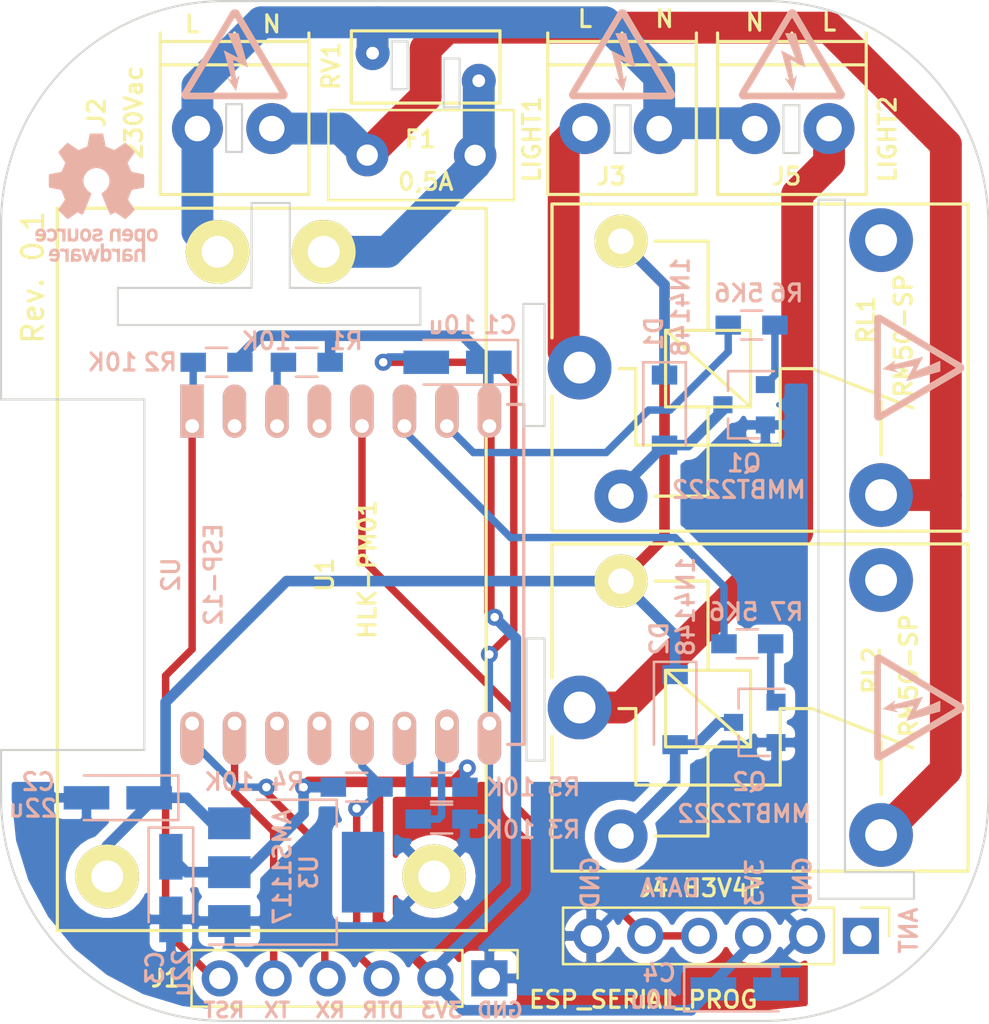
<source format=kicad_pcb>
(kicad_pcb (version 20171130) (host pcbnew 5.0.0-rc1-44a33f2~62~ubuntu16.04.1)
  (layers (0 F.Cu signal) (31 B.Cu signal) (34 B.Paste user) (35 F.Paste user) (36 B.SilkS user) (37 F.SilkS user) (38 B.Mask user) (39 F.Mask user) (44 Edge.Cuts user))
  (net 0 "")
  (net 1 GND)
  (net 2 /RESET)
  (net 3 +3V3)
  (net 4 "Net-(F1-Pad2)")
  (net 5 /RX)
  (net 6 /TX)
  (net 7 /DTR)
  (net 8 "Net-(Q1-Pad1)")
  (net 9 "Net-(Q2-Pad1)")
  (net 10 "Net-(R3-Pad2)")
  (net 11 "Net-(R5-Pad1)")
  (net 12 +5V)
  (net 13 "Net-(D1-Pad2)")
  (net 14 "Net-(D2-Pad2)")
  (net 15 /L)
  (net 16 /N)
  (net 17 /REL_SW1)
  (net 18 /REL_SW2)
  (net 19 /RELAY_CH1)
  (net 20 /RELAY_CH2)
  (net 21 /433_RX_DATA)
  (net 22 "Net-(R1-Pad1)")
  (module Symbols:OSHW-Logo_5.7x6mm_SilkScreen (layer B.Cu) (at 104.5 59.25 180)
    (fp_text reference REF*** hide)
    (fp_text value OSHW-Logo_5.7x6mm_SilkScreen hide)
  )
  (module Connectors_Terminal_Blocks:TerminalBlock_Pheonix_PT-3.5mm_2pol (layer F.Cu) (at 112.75 56 180)
    (fp_text reference J2 (at 8.25 0.75 270) (layer F.SilkS) (effects (font (size 0.8 0.8))))
    (fp_text value 230Vac (at 6.5 0.75 270) (layer F.SilkS) (effects (font (size 0.8 0.8))))
    (pad 1 thru_hole circle (at 0 0 180) (size 2.4 2.4) (drill 1.2) (layers *.Cu *.Mask) (net 15 /L))
    (pad 2 thru_hole circle (at 3.5 0 180) (size 2.4 2.4) (drill 1.2) (layers *.Cu *.Mask) (net 16 /N))
  )
  (module Connectors_Terminal_Blocks:TerminalBlock_Pheonix_PT-3.5mm_2pol (layer F.Cu) (at 139 56 180)
    (fp_text reference J5 (at 2 -2.25 180) (layer F.SilkS) (effects (font (size 0.8 0.8))))
    (fp_text value LIGHT2 (at -2.75 -0.5 270) (layer F.SilkS) (effects (font (size 0.8 0.8))))
    (pad 2 thru_hole circle (at 3.5 0 180) (size 2.4 2.4) (drill 1.2) (layers *.Cu *.Mask) (net 16 /N))
    (pad 1 thru_hole circle (at 0 0 180) (size 2.4 2.4) (drill 1.2) (layers *.Cu *.Mask) (net 18 /REL_SW2))
  )
  (module Connectors_Terminal_Blocks:TerminalBlock_Pheonix_PT-3.5mm_2pol (layer F.Cu) (at 131 56 180)
    (fp_text reference J3 (at 2.25 -2.25 180) (layer F.SilkS) (effects (font (size 0.8 0.8))))
    (fp_text value LIGHT1 (at 6 -0.5 270) (layer F.SilkS) (effects (font (size 0.8 0.8))))
    (pad 1 thru_hole circle (at 0 0 180) (size 2.4 2.4) (drill 1.2) (layers *.Cu *.Mask) (net 16 /N))
    (pad 2 thru_hole circle (at 3.5 0 180) (size 2.4 2.4) (drill 1.2) (layers *.Cu *.Mask) (net 17 /REL_SW1))
  )
  (module w_logo:Logo_silk_high_voltage_5x4.2mm (layer B.Cu) (at 137.25 52.5 180)
    (fp_text reference G*** hide)
    (fp_text value LOGO hide)
  )
  (module w_logo:Logo_silk_high_voltage_5x4.2mm (layer B.Cu) (at 129.25 52.5 180)
    (fp_text reference G*** hide)
    (fp_text value LOGO hide)
  )
  (module w_logo:Logo_silk_high_voltage_5x4.2mm (layer B.Cu) (at 111 52.5 180)
    (fp_text reference G*** hide)
    (fp_text value LOGO hide)
  )
  (module w_logo:Logo_silk_high_voltage_5x4.2mm (layer B.Cu) (at 143.25 83.25 90)
    (fp_text reference G*** hide)
    (fp_text value LOGO hide)
  )
  (module w_logo:Logo_silk_high_voltage_5x4.2mm (layer B.Cu) (at 143.25 67.25 90)
    (fp_text reference G*** hide)
    (fp_text value LOGO hide)
  )
  (module Diodes_SMD:D_SOD-123 (layer B.Cu) (at 131.25 69.25 270)
    (fp_text reference D1 (at -3.6 0.5 270) (layer B.SilkS) (effects (font (size 0.8 0.8)) (justify mirror)))
    (fp_text value 1N4148 (at -4.85 -0.75 270) (layer B.SilkS) (effects (font (size 0.8 0.8)) (justify mirror)))
    (pad 1 smd rect (at -1.65 0 270) (size 0.9 1.2) (layers B.Cu B.Paste B.Mask) (net 12 +5V))
    (pad 2 smd rect (at 1.65 0 270) (size 0.9 1.2) (layers B.Cu B.Paste B.Mask) (net 13 "Net-(D1-Pad2)"))
  )
  (module Diodes_SMD:D_SOD-123 (layer B.Cu) (at 131.75 83.35 270)
    (fp_text reference D2 (at -3.35 0.75 270) (layer B.SilkS) (effects (font (size 0.8 0.8)) (justify mirror)))
    (fp_text value 1N4148 (at -4.85 -0.5 270) (layer B.SilkS) (effects (font (size 0.8 0.8)) (justify mirror)))
    (pad 2 smd rect (at 1.65 0 270) (size 0.9 1.2) (layers B.Cu B.Paste B.Mask) (net 14 "Net-(D2-Pad2)"))
    (pad 1 smd rect (at -1.65 0 270) (size 0.9 1.2) (layers B.Cu B.Paste B.Mask) (net 12 +5V))
  )
  (module Pin_Headers:Pin_Header_Straight_1x06_Pitch2.54mm (layer F.Cu) (at 140.5 94 270)
    (fp_text reference J4 (at -2.25 9.75) (layer F.SilkS) (effects (font (size 0.8 0.8))))
    (fp_text value H3V4F (at -2.25 6.5) (layer F.SilkS) (effects (font (size 0.8 0.8))))
    (pad 6 thru_hole oval (at 0 12.7 270) (size 1.7 1.7) (drill 1) (layers *.Cu *.Mask) (net 1 GND))
    (pad 5 thru_hole oval (at 0 10.16 270) (size 1.7 1.7) (drill 1) (layers *.Cu *.Mask) (net 21 /433_RX_DATA))
    (pad 4 thru_hole oval (at 0 7.62 270) (size 1.7 1.7) (drill 1) (layers *.Cu *.Mask) (net 21 /433_RX_DATA))
    (pad 3 thru_hole oval (at 0 5.08 270) (size 1.7 1.7) (drill 1) (layers *.Cu *.Mask) (net 3 +3V3))
    (pad 2 thru_hole oval (at 0 2.54 270) (size 1.7 1.7) (drill 1) (layers *.Cu *.Mask) (net 1 GND))
    (pad 1 thru_hole rect (at 0 0 270) (size 1.7 1.7) (drill 1) (layers *.Cu *.Mask))
  )
  (module TO_SOT_Packages_SMD:SOT-23 (layer B.Cu) (at 135 69 180)
    (fp_text reference Q1 (at 0 -2.75) (layer B.SilkS) (effects (font (size 0.8 0.8)) (justify mirror)))
    (fp_text value MMBT2222 (at 0.25 -4) (layer B.SilkS) (effects (font (size 0.8 0.8)) (justify mirror)))
    (pad 3 smd rect (at 1 0 180) (size 0.9 0.8) (layers B.Cu B.Paste B.Mask) (net 13 "Net-(D1-Pad2)"))
    (pad 2 smd rect (at -1 -0.95 180) (size 0.9 0.8) (layers B.Cu B.Paste B.Mask) (net 1 GND))
    (pad 1 smd rect (at -1 0.95 180) (size 0.9 0.8) (layers B.Cu B.Paste B.Mask) (net 8 "Net-(Q1-Pad1)"))
  )
  (module TO_SOT_Packages_SMD:SOT-23 (layer B.Cu) (at 135.5 83.95 180)
    (fp_text reference Q2 (at 0.25 -2.8) (layer B.SilkS) (effects (font (size 0.8 0.8)) (justify mirror)))
    (fp_text value MMBT2222 (at 0.5 -4.3) (layer B.SilkS) (effects (font (size 0.8 0.8)) (justify mirror)))
    (pad 1 smd rect (at -1 0.95 180) (size 0.9 0.8) (layers B.Cu B.Paste B.Mask) (net 9 "Net-(Q2-Pad1)"))
    (pad 2 smd rect (at -1 -0.95 180) (size 0.9 0.8) (layers B.Cu B.Paste B.Mask) (net 1 GND))
    (pad 3 smd rect (at 1 0 180) (size 0.9 0.8) (layers B.Cu B.Paste B.Mask) (net 14 "Net-(D2-Pad2)"))
  )
  (module Resistors_SMD:R_0603_HandSoldering (layer B.Cu) (at 114.4 67)
    (fp_text reference R1 (at 1.85 -1) (layer B.SilkS) (effects (font (size 0.8 0.8)) (justify mirror)))
    (fp_text value 10K (at -1.9 -1) (layer B.SilkS) (effects (font (size 0.8 0.8)) (justify mirror)))
    (pad 1 smd rect (at -1.1 0) (size 1.2 0.9) (layers B.Cu B.Paste B.Mask) (net 22 "Net-(R1-Pad1)"))
    (pad 2 smd rect (at 1.1 0) (size 1.2 0.9) (layers B.Cu B.Paste B.Mask) (net 3 +3V3))
  )
  (module Resistors_SMD:R_0603_HandSoldering (layer B.Cu) (at 110.15 67)
    (fp_text reference R2 (at -2.65 0) (layer B.SilkS) (effects (font (size 0.8 0.8)) (justify mirror)))
    (fp_text value 10K (at -4.9 0) (layer B.SilkS) (effects (font (size 0.8 0.8)) (justify mirror)))
    (pad 2 smd rect (at 1.1 0) (size 1.2 0.9) (layers B.Cu B.Paste B.Mask) (net 3 +3V3))
    (pad 1 smd rect (at -1.1 0) (size 1.2 0.9) (layers B.Cu B.Paste B.Mask) (net 2 /RESET))
  )
  (module Resistors_SMD:R_0603_HandSoldering (layer B.Cu) (at 120.75 88.5 180)
    (fp_text reference R3 (at -5.75 -0.5 180) (layer B.SilkS) (effects (font (size 0.8 0.8)) (justify mirror)))
    (fp_text value 10K (at -3.25 -0.5 180) (layer B.SilkS) (effects (font (size 0.8 0.8)) (justify mirror)))
    (pad 2 smd rect (at 1.1 0 180) (size 1.2 0.9) (layers B.Cu B.Paste B.Mask) (net 10 "Net-(R3-Pad2)"))
    (pad 1 smd rect (at -1.1 0 180) (size 1.2 0.9) (layers B.Cu B.Paste B.Mask) (net 1 GND))
  )
  (module Resistors_SMD:R_0603_HandSoldering (layer B.Cu) (at 116.75 87 180)
    (fp_text reference R4 (at 3.25 0.25 180) (layer B.SilkS) (effects (font (size 0.8 0.8)) (justify mirror)))
    (fp_text value 10K (at 6 0.25 180) (layer B.SilkS) (effects (font (size 0.8 0.8)) (justify mirror)))
    (pad 1 smd rect (at -1.1 0 180) (size 1.2 0.9) (layers B.Cu B.Paste B.Mask) (net 7 /DTR))
    (pad 2 smd rect (at 1.1 0 180) (size 1.2 0.9) (layers B.Cu B.Paste B.Mask) (net 3 +3V3))
  )
  (module Resistors_SMD:R_0603_HandSoldering (layer B.Cu) (at 120.75 87)
    (fp_text reference R5 (at 5.75 0) (layer B.SilkS) (effects (font (size 0.8 0.8)) (justify mirror)))
    (fp_text value 10K (at 3.25 0) (layer B.SilkS) (effects (font (size 0.8 0.8)) (justify mirror)))
    (pad 2 smd rect (at 1.1 0) (size 1.2 0.9) (layers B.Cu B.Paste B.Mask) (net 3 +3V3))
    (pad 1 smd rect (at -1.1 0) (size 1.2 0.9) (layers B.Cu B.Paste B.Mask) (net 11 "Net-(R5-Pad1)"))
  )
  (module Resistors_SMD:R_0603_HandSoldering (layer B.Cu) (at 135.35 65.25 180)
    (fp_text reference R6 (at -1.65 1.5 180) (layer B.SilkS) (effects (font (size 0.8 0.8)) (justify mirror)))
    (fp_text value 5K6 (at 0.6 1.5 180) (layer B.SilkS) (effects (font (size 0.8 0.8)) (justify mirror)))
    (pad 1 smd rect (at -1.1 0 180) (size 1.2 0.9) (layers B.Cu B.Paste B.Mask) (net 8 "Net-(Q1-Pad1)"))
    (pad 2 smd rect (at 1.1 0 180) (size 1.2 0.9) (layers B.Cu B.Paste B.Mask) (net 19 /RELAY_CH1))
  )
  (module Resistors_SMD:R_0603_HandSoldering (layer B.Cu) (at 135.15 80.25 180)
    (fp_text reference R7 (at -1.85 1.5 180) (layer B.SilkS) (effects (font (size 0.8 0.8)) (justify mirror)))
    (fp_text value 5K6 (at 0.65 1.5 180) (layer B.SilkS) (effects (font (size 0.8 0.8)) (justify mirror)))
    (pad 2 smd rect (at 1.1 0 180) (size 1.2 0.9) (layers B.Cu B.Paste B.Mask) (net 20 /RELAY_CH2))
    (pad 1 smd rect (at -1.1 0 180) (size 1.2 0.9) (layers B.Cu B.Paste B.Mask) (net 9 "Net-(Q2-Pad1)"))
  )
  (module myfootprints:RM50_P (layer F.Cu) (at 127.25 67.25)
    (fp_text reference RL1 (at 13.5 -2.25 90) (layer F.SilkS) (effects (font (size 0.8 0.8))))
    (fp_text value RM50-SP (at 15.25 -1.5 90) (layer F.SilkS) (effects (font (size 0.8 0.8))))
    (pad A2 thru_hole circle (at 1.95 6.05 90) (size 2.5 2.5) (drill 1.2) (layers *.Cu *.Mask) (net 13 "Net-(D1-Pad2)"))
    (pad A1 thru_hole circle (at 1.95 -5.95 90) (size 2.5 2.5) (drill 1.2) (layers *.Cu *.Mask F.SilkS) (net 12 +5V))
    (pad 11 thru_hole circle (at 0 0 90) (size 3 3) (drill 1.5) (layers *.Cu *.Mask) (net 17 /REL_SW1))
    (pad 14 thru_hole circle (at 14.2 6 90) (size 3 3) (drill 1.5) (layers *.Cu *.Mask) (net 15 /L))
    (pad 12 thru_hole circle (at 14.2 -6 90) (size 3 3) (drill 1.5) (layers *.Cu *.Mask))
  )
  (module myfootprints:RM50_P (layer F.Cu) (at 127.25 83.25)
    (fp_text reference RL2 (at 13.75 -1.75 90) (layer F.SilkS) (effects (font (size 0.8 0.8))))
    (fp_text value RM50-SP (at 15.5 -1.5 90) (layer F.SilkS) (effects (font (size 0.8 0.8))))
    (pad 12 thru_hole circle (at 14.2 -6 90) (size 3 3) (drill 1.5) (layers *.Cu *.Mask))
    (pad 14 thru_hole circle (at 14.2 6 90) (size 3 3) (drill 1.5) (layers *.Cu *.Mask) (net 15 /L))
    (pad 11 thru_hole circle (at 0 0 90) (size 3 3) (drill 1.5) (layers *.Cu *.Mask) (net 18 /REL_SW2))
    (pad A1 thru_hole circle (at 1.95 -5.95 90) (size 2.5 2.5) (drill 1.2) (layers *.Cu *.Mask F.SilkS) (net 12 +5V))
    (pad A2 thru_hole circle (at 1.95 6.05 90) (size 2.5 2.5) (drill 1.2) (layers *.Cu *.Mask) (net 14 "Net-(D2-Pad2)"))
  )
  (module Varistors:RV_Disc_D7_W3.4_P5 (layer F.Cu) (at 122.5 53.75 180)
    (fp_text reference RV1 (at 6.95 0.7 270) (layer F.SilkS) (effects (font (size 0.8 0.8))))
    (fp_text value Varistor hide)
    (pad 2 thru_hole circle (at 5 1.3 180) (size 1.6 1.6) (drill 0.6) (layers *.Cu *.Mask) (net 16 /N))
    (pad 1 thru_hole circle (at 0 0 180) (size 1.6 1.6) (drill 0.6) (layers *.Cu *.Mask) (net 4 "Net-(F1-Pad2)"))
  )
  (module TO_SOT_Packages_SMD:SOT-223 (layer B.Cu) (at 113.9 91)
    (fp_text reference U3 (at 0.6 0 270) (layer B.SilkS) (effects (font (size 0.8 0.8)) (justify mirror)))
    (fp_text value AMS1117 (at -0.65 -0.25 90) (layer B.SilkS) (effects (font (size 0.8 0.8)) (justify mirror)))
    (pad 1 smd rect (at -3.15 2.3) (size 2 1.5) (layers B.Cu B.Paste B.Mask) (net 1 GND))
    (pad 3 smd rect (at -3.15 -2.3) (size 2 1.5) (layers B.Cu B.Paste B.Mask) (net 12 +5V))
    (pad 2 smd rect (at -3.15 0) (size 2 1.5) (layers B.Cu B.Paste B.Mask) (net 3 +3V3))
    (pad 4 smd rect (at 3.15 0) (size 2 3.8) (layers B.Cu B.Paste B.Mask))
  )
  (module Fuse_Holders_and_Fuses:Fuse_TE5_Littlefuse-395Series (layer F.Cu) (at 117.25 57.25)
    (fp_text reference F1 (at 2.5 -0.75) (layer F.SilkS) (effects (font (size 0.8 0.8))))
    (fp_text value 0,5A (at 2.75 1.25) (layer F.SilkS) (effects (font (size 0.8 0.8))))
    (pad 2 thru_hole circle (at 5.08 0.01) (size 2 2) (drill 1) (layers *.Cu *.Mask) (net 4 "Net-(F1-Pad2)"))
    (pad 1 thru_hole circle (at 0 0) (size 2 2) (drill 1) (layers *.Cu *.Mask) (net 15 /L))
  )
  (module Pin_Headers:Pin_Header_Straight_1x06_Pitch2.54mm (layer F.Cu) (at 123 96 270)
    (fp_text reference J1 (at 0 15.25) (layer F.SilkS) (effects (font (size 0.8 0.8))))
    (fp_text value ESP_SERIAL_PROG (at 1 -7.25) (layer F.SilkS) (effects (font (size 0.8 0.8))))
    (pad 6 thru_hole oval (at 0 12.7 270) (size 1.7 1.7) (drill 1) (layers *.Cu *.Mask) (net 2 /RESET))
    (pad 5 thru_hole oval (at 0 10.16 270) (size 1.7 1.7) (drill 1) (layers *.Cu *.Mask) (net 6 /TX))
    (pad 4 thru_hole oval (at 0 7.62 270) (size 1.7 1.7) (drill 1) (layers *.Cu *.Mask) (net 5 /RX))
    (pad 3 thru_hole oval (at 0 5.08 270) (size 1.7 1.7) (drill 1) (layers *.Cu *.Mask) (net 7 /DTR))
    (pad 2 thru_hole oval (at 0 2.54 270) (size 1.7 1.7) (drill 1) (layers *.Cu *.Mask) (net 3 +3V3))
    (pad 1 thru_hole rect (at 0 0 270) (size 1.7 1.7) (drill 1) (layers *.Cu *.Mask) (net 1 GND))
  )
  (module Capacitors_Tantalum_SMD:CP_Tantalum_Case-A_EIA-3216-18_Wave (layer B.Cu) (at 105.5 87.5 180)
    (fp_text reference C2 (at 3.75 0.75 180) (layer B.SilkS) (effects (font (size 0.8 0.8)) (justify mirror)))
    (fp_text value 22u (at 4 -0.5 180) (layer B.SilkS) (effects (font (size 0.8 0.8)) (justify mirror)))
    (pad 1 smd rect (at -1.475 0 180) (size 2.15 1.1) (layers B.Cu B.Paste B.Mask) (net 12 +5V))
    (pad 2 smd rect (at 1.475 0 180) (size 2.15 1.1) (layers B.Cu B.Paste B.Mask) (net 1 GND))
  )
  (module Capacitors_Tantalum_SMD:CP_Tantalum_Case-A_EIA-3216-18_Wave (layer B.Cu) (at 108 91.75 270)
    (fp_text reference C3 (at 3.75 0.75 270) (layer B.SilkS) (effects (font (size 0.8 0.8)) (justify mirror)))
    (fp_text value 22u (at 4 -0.5 270) (layer B.SilkS) (effects (font (size 0.8 0.8)) (justify mirror)))
    (pad 2 smd rect (at 1.475 0 270) (size 2.15 1.1) (layers B.Cu B.Paste B.Mask) (net 1 GND))
    (pad 1 smd rect (at -1.475 0 270) (size 2.15 1.1) (layers B.Cu B.Paste B.Mask) (net 3 +3V3))
  )
  (module Capacitors_Tantalum_SMD:CP_Tantalum_Case-A_EIA-3216-18_Wave (layer B.Cu) (at 135.025 96.5)
    (fp_text reference C4 (at -4.025 -0.75) (layer B.SilkS) (effects (font (size 0.8 0.8)) (justify mirror)))
    (fp_text value 10u (at -4.275 0.5) (layer B.SilkS) (effects (font (size 0.8 0.8)) (justify mirror)))
    (pad 1 smd rect (at -1.475 0) (size 2.15 1.1) (layers B.Cu B.Paste B.Mask) (net 3 +3V3))
    (pad 2 smd rect (at 1.475 0) (size 2.15 1.1) (layers B.Cu B.Paste B.Mask) (net 1 GND))
  )
  (module myfootprints:HLK-PM01 (layer F.Cu) (at 112.75 76.75 270)
    (fp_text reference U2 (at 0.25 4.75 270) (layer B.SilkS) (effects (font (size 0.8 0.8)) (justify mirror)))
    (fp_text value HLK-PM01 (at 0 -4.5 270) (layer F.SilkS) (effects (font (size 0.8 0.8))))
    (pad 1 thru_hole circle (at -14.950018 -2.45 270) (size 3 3) (drill 1.5) (layers *.Cu *.Mask F.SilkS) (net 4 "Net-(F1-Pad2)"))
    (pad 2 thru_hole circle (at -14.950018 2.55 270) (size 3 3) (drill 1.5) (layers *.Cu *.Mask F.SilkS) (net 16 /N))
    (pad 4 thru_hole circle (at 14.449982 -7.65 270) (size 3 3) (drill 1.5) (layers *.Cu *.Mask F.SilkS) (net 1 GND))
    (pad 3 thru_hole circle (at 14.449982 7.75 270) (size 3 3) (drill 1.5) (layers *.Cu *.Mask F.SilkS) (net 12 +5V))
  )
  (module Capacitors_Tantalum_SMD:CP_Tantalum_Case-A_EIA-3216-18_Wave (layer B.Cu) (at 121.5 67 180)
    (fp_text reference C1 (at -2 1.75 180) (layer B.SilkS) (effects (font (size 0.8 0.8)) (justify mirror)))
    (fp_text value 10u (at 0.25 1.75 180) (layer B.SilkS) (effects (font (size 0.8 0.8)) (justify mirror)))
    (pad 2 smd rect (at 1.475 0 180) (size 2.15 1.1) (layers B.Cu B.Paste B.Mask) (net 1 GND))
    (pad 1 smd rect (at -1.475 0 180) (size 2.15 1.1) (layers B.Cu B.Paste B.Mask) (net 3 +3V3))
  )
  (module myfootprints:ESP-12 (layer B.Cu) (at 109 70 270)
    (fp_text reference U1 (at 7 -6.25 270) (layer F.SilkS) (effects (font (size 0.8 0.8))))
    (fp_text value ESP-12 (at 6.992 -1 270) (layer B.SilkS) (effects (font (size 0.8 0.8)) (justify mirror)))
    (pad 1 thru_hole rect (at 0 0 270) (size 2.5 1.1) (drill 0.65 (offset -0.7 0)) (layers *.Cu *.Mask B.SilkS) (net 2 /RESET))
    (pad 2 thru_hole oval (at 0 -2 270) (size 2.5 1.1) (drill 0.65 (offset -0.7 0)) (layers *.Cu *.Mask B.SilkS))
    (pad 3 thru_hole oval (at 0 -4 270) (size 2.5 1.1) (drill 0.65 (offset -0.7 0)) (layers *.Cu *.Mask B.SilkS) (net 22 "Net-(R1-Pad1)"))
    (pad 4 thru_hole oval (at 0 -6 270) (size 2.5 1.1) (drill 0.65 (offset -0.7 0)) (layers *.Cu *.Mask B.SilkS))
    (pad 5 thru_hole oval (at 0 -8 270) (size 2.5 1.1) (drill 0.65 (offset -0.7 0)) (layers *.Cu *.Mask B.SilkS) (net 21 /433_RX_DATA))
    (pad 6 thru_hole oval (at 0 -10 270) (size 2.5 1.1) (drill 0.65 (offset -0.7 0)) (layers *.Cu *.Mask B.SilkS) (net 20 /RELAY_CH2))
    (pad 7 thru_hole oval (at 0 -12 270) (size 2.5 1.1) (drill 0.65 (offset -0.7 0)) (layers *.Cu *.Mask B.SilkS) (net 19 /RELAY_CH1))
    (pad 8 thru_hole oval (at 0 -14 270) (size 2.5 1.1) (drill 0.65 (offset -0.7 0)) (layers *.Cu *.Mask B.SilkS) (net 3 +3V3))
    (pad 9 thru_hole oval (at 14 -14 270) (size 2.5 1.1) (drill 0.65 (offset 0.7 0)) (layers *.Cu *.Mask B.SilkS) (net 1 GND))
    (pad 10 thru_hole oval (at 14 -12 270) (size 2.5 1.1) (drill 0.65 (offset 0.6 0)) (layers *.Cu *.Mask B.SilkS) (net 10 "Net-(R3-Pad2)"))
    (pad 11 thru_hole oval (at 14 -10 270) (size 2.5 1.1) (drill 0.65 (offset 0.7 0)) (layers *.Cu *.Mask B.SilkS) (net 11 "Net-(R5-Pad1)"))
    (pad 12 thru_hole oval (at 14 -8 270) (size 2.5 1.1) (drill 0.65 (offset 0.7 0)) (layers *.Cu *.Mask B.SilkS) (net 7 /DTR))
    (pad 13 thru_hole oval (at 14 -6 270) (size 2.5 1.1) (drill 0.65 (offset 0.7 0)) (layers *.Cu *.Mask B.SilkS))
    (pad 14 thru_hole oval (at 14 -4 270) (size 2.5 1.1) (drill 0.65 (offset 0.7 0)) (layers *.Cu *.Mask B.SilkS))
    (pad 15 thru_hole oval (at 14 -2 270) (size 2.5 1.1) (drill 0.65 (offset 0.7 0)) (layers *.Cu *.Mask B.SilkS) (net 6 /TX))
    (pad 16 thru_hole oval (at 14 0 270) (size 2.5 1.1) (drill 0.65 (offset 0.7 0)) (layers *.Cu *.Mask B.SilkS) (net 5 /RX))
  )
  (gr_text L (at 139 51) (layer F.SilkS) (effects (font (size 0.8 0.8))))
  (gr_text N (at 135.5 51) (layer F.SilkS) (effects (font (size 0.8 0.8))))
  (gr_text N (at 131.25 50.836332) (layer F.SilkS) (effects (font (size 0.8 0.8))))
  (gr_text L (at 127.5 50.836332) (layer F.SilkS) (effects (font (size 0.8 0.8))))
  (gr_text N (at 112.75 51.086332) (layer F.SilkS) (effects (font (size 0.8 0.8))))
  (gr_text L (at 109 51.086332) (layer F.SilkS) (effects (font (size 0.8 0.8))))
  (gr_line (start 136.85 57.15) (end 136.85 54.9) (layer Edge.Cuts) (width 0.1))
  (gr_line (start 136.85 54.9) (end 137.6 54.9) (layer Edge.Cuts) (width 0.1))
  (gr_line (start 136.85 57.15) (end 137.6 57.15) (layer Edge.Cuts) (width 0.1))
  (gr_line (start 137.6 54.9) (end 137.6 57.15) (layer Edge.Cuts) (width 0.1))
  (gr_line (start 129.65 54.9) (end 129.65 57.15) (layer Edge.Cuts) (width 0.1))
  (gr_line (start 128.9 57.15) (end 129.65 57.15) (layer Edge.Cuts) (width 0.1))
  (gr_line (start 128.9 57.15) (end 128.9 54.9) (layer Edge.Cuts) (width 0.1))
  (gr_line (start 128.9 54.9) (end 129.65 54.9) (layer Edge.Cuts) (width 0.1))
  (gr_line (start 110.6 57.1) (end 111.35 57.1) (layer Edge.Cuts) (width 0.1))
  (gr_line (start 110.6 54.85) (end 111.35 54.85) (layer Edge.Cuts) (width 0.1))
  (gr_line (start 111.35 54.85) (end 111.35 57.1) (layer Edge.Cuts) (width 0.1))
  (gr_line (start 110.6 57.1) (end 110.6 54.85) (layer Edge.Cuts) (width 0.1))
  (gr_line (start 118.4 54.15) (end 119.15 54.15) (layer Edge.Cuts) (width 0.1))
  (gr_line (start 120.85 52.7) (end 121.6 52.7) (layer Edge.Cuts) (width 0.1))
  (gr_line (start 120.85 55) (end 121.6 55) (layer Edge.Cuts) (width 0.1))
  (gr_line (start 121.6 52.7) (end 121.6 55) (layer Edge.Cuts) (width 0.1))
  (gr_line (start 120.85 55.000543) (end 120.85 52.7) (layer Edge.Cuts) (width 0.1))
  (gr_line (start 118.4 54.15) (end 118.4 51.9) (layer Edge.Cuts) (width 0.1))
  (gr_line (start 119.15 51.9) (end 119.15 54.15) (layer Edge.Cuts) (width 0.1))
  (gr_line (start 118.4 51.9) (end 119.15 51.9) (layer Edge.Cuts) (width 0.1))
  (gr_text "Rev. 0.1" (at 101.5 63 90) (layer F.SilkS) (effects (font (size 1 1))))
  (gr_text ANT (at 142.75 93.75 90) (layer B.SilkS) (effects (font (size 0.8 0.8)) (justify mirror)))
  (gr_text GND (at 137.75 91.5 90) (layer B.SilkS) (effects (font (size 0.8 0.8)) (justify mirror)))
  (gr_text 3V3 (at 135.5 91.5 90) (layer B.SilkS) (effects (font (size 0.8 0.8)) (justify mirror)))
  (gr_text DATA (at 131.5 91.75) (layer B.SilkS) (effects (font (size 0.8 0.8)) (justify mirror)))
  (gr_text GND (at 127.75 91.5 90) (layer B.SilkS) (effects (font (size 0.8 0.8)) (justify mirror)))
  (gr_text GND (at 123.5 97.5) (layer B.SilkS) (effects (font (size 0.7 0.7)) (justify mirror)))
  (gr_text 3V3 (at 120.75 97.5) (layer B.SilkS) (effects (font (size 0.7 0.7)) (justify mirror)))
  (gr_text DTR (at 118 97.5) (layer B.SilkS) (effects (font (size 0.7 0.7)) (justify mirror)))
  (gr_text RX (at 115.5 97.5) (layer B.SilkS) (effects (font (size 0.7 0.7)) (justify mirror)))
  (gr_text TX (at 113 97.5) (layer B.SilkS) (effects (font (size 0.7 0.7)) (justify mirror)))
  (gr_text RST (at 110.5 97.5) (layer B.SilkS) (effects (font (size 0.7 0.7)) (justify mirror)))
  (gr_line (start 124.598753 64.25) (end 125.601385 64.25) (layer Edge.Cuts) (width 0.1))
  (gr_line (start 125.6 70.002272) (end 125.6 64.25) (layer Edge.Cuts) (width 0.1))
  (gr_line (start 124.6 70) (end 125.6 70) (layer Edge.Cuts) (width 0.1))
  (gr_line (start 124.6 70) (end 124.6 64.247728) (layer Edge.Cuts) (width 0.1))
  (gr_line (start 124.75 80) (end 125.6 80) (layer Edge.Cuts) (width 0.1))
  (gr_line (start 124.75 85.75) (end 125.601469 85.75) (layer Edge.Cuts) (width 0.1))
  (gr_line (start 125.6 85.75) (end 125.6 79.997728) (layer Edge.Cuts) (width 0.1))
  (gr_line (start 124.75 85.752272) (end 124.75 80) (layer Edge.Cuts) (width 0.1))
  (gr_line (start 143 91) (end 143 92.25) (layer Edge.Cuts) (width 0.1))
  (gr_line (start 138.5 59.35) (end 139.75 59.35) (layer Edge.Cuts) (width 0.1))
  (gr_line (start 138.5 92.25) (end 138.5 59.349963) (layer Edge.Cuts) (width 0.1))
  (gr_line (start 143 92.25) (end 138.5 92.25) (layer Edge.Cuts) (width 0.1))
  (gr_line (start 143 91) (end 139.75 91) (layer Edge.Cuts) (width 0.1))
  (gr_line (start 139.75 91) (end 139.75 59.349961) (layer Edge.Cuts) (width 0.1))
  (gr_line (start 106.75 85.25) (end 100 85.25) (layer Edge.Cuts) (width 0.1))
  (gr_line (start 106.75 68.75) (end 106.75 85.25) (layer Edge.Cuts) (width 0.1))
  (gr_line (start 106.75 68.75) (end 100 68.75) (layer Edge.Cuts) (width 0.1))
  (gr_line (start 100 87.5) (end 100 85.25) (layer Edge.Cuts) (width 0.1))
  (gr_line (start 105.5 65.25) (end 105.5 63.5) (layer Edge.Cuts) (width 0.1))
  (gr_line (start 111.8 63.5) (end 105.5 63.5) (layer Edge.Cuts) (width 0.1))
  (gr_line (start 113.6 59.5) (end 111.8 59.5) (layer Edge.Cuts) (width 0.1))
  (gr_line (start 113.6 63.5) (end 113.6 59.5) (layer Edge.Cuts) (width 0.1))
  (gr_line (start 119.75 63.5) (end 113.6 63.5) (layer Edge.Cuts) (width 0.1))
  (gr_line (start 119.75 65.25) (end 119.75 63.5) (layer Edge.Cuts) (width 0.1))
  (gr_line (start 105.5 65.25) (end 119.75 65.25) (layer Edge.Cuts) (width 0.1))
  (gr_line (start 111.8 59.5) (end 111.8 63.5) (layer Edge.Cuts) (width 0.1))
  (gr_arc (start 110.5 60.5) (end 110.5 50) (angle -90) (layer Edge.Cuts) (width 0.1))
  (gr_arc (start 136 60.49801) (end 146.5 60.49801) (angle -90) (layer Edge.Cuts) (width 0.1))
  (gr_arc (start 110.5 87.5) (end 100 87.5) (angle -90) (layer Edge.Cuts) (width 0.1))
  (gr_arc (start 136 87.5) (end 136 98) (angle -90) (layer Edge.Cuts) (width 0.1))
  (gr_line (start 100 68.75) (end 100 60.495371) (layer Edge.Cuts) (width 0.1))
  (gr_line (start 136 98) (end 110.498843 98) (layer Edge.Cuts) (width 0.1))
  (gr_line (start 146.5 60.49801) (end 146.5 87.5) (layer Edge.Cuts) (width 0.1))
  (gr_line (start 110.5 50) (end 136 50) (layer Edge.Cuts) (width 0.1))
  (segment (start 137.96 94) (end 137.75 94) (width 0.35) (layer B.Cu) (net 1))
  (segment (start 137.75 94) (end 136.5 95.25) (width 0.35) (layer B.Cu) (net 1))
  (segment (start 136.5 95.25) (end 136.5 96.5) (width 0.35) (layer B.Cu) (net 1))
  (segment (start 137.96 94) (end 136.634999 92.674999) (width 0.35) (layer B.Cu) (net 1))
  (segment (start 136.634999 92.674999) (end 129.125001 92.674999) (width 0.35) (layer B.Cu) (net 1))
  (segment (start 129.125001 92.674999) (end 127.8 94) (width 0.35) (layer B.Cu) (net 1))
  (segment (start 136 69.95) (end 136 70) (width 0.35) (layer B.Cu) (net 1))
  (segment (start 136.55 84.9) (end 136.5 84.9) (width 0.35) (layer B.Cu) (net 1))
  (segment (start 118 67) (end 123.25 67) (width 0.35) (layer F.Cu) (net 1))
  (segment (start 123.25 67) (end 124.149999 67.899999) (width 0.35) (layer F.Cu) (net 1))
  (segment (start 124.149999 67.899999) (end 124.149999 79.599985) (width 0.35) (layer F.Cu) (net 1))
  (segment (start 124.149999 79.599985) (end 122.999984 80.75) (width 0.35) (layer F.Cu) (net 1))
  (segment (start 121.85 88.5) (end 122.8 88.5) (width 0.35) (layer B.Cu) (net 1))
  (segment (start 122.8 88.5) (end 123 88.3) (width 0.35) (layer B.Cu) (net 1))
  (segment (start 123 88.3) (end 123 84) (width 0.35) (layer B.Cu) (net 1))
  (segment (start 122.999984 83.999984) (end 122.999984 80.75) (width 0.35) (layer B.Cu) (net 1))
  (segment (start 123 84) (end 122.999984 83.999984) (width 0.35) (layer B.Cu) (net 1))
  (via (at 122.999984 80.75) (size 0.8) (drill 0.4) (layers F.Cu B.Cu) (net 1))
  (segment (start 120 66.75) (end 118.25 66.75) (width 0.35) (layer B.Cu) (net 1))
  (segment (start 118.25 66.75) (end 118 67) (width 0.35) (layer B.Cu) (net 1))
  (via (at 118 67) (size 0.8) (drill 0.4) (layers F.Cu B.Cu) (net 1))
  (segment (start 110.3 96) (end 110 96) (width 0.35) (layer F.Cu) (net 2))
  (segment (start 110 96) (end 107.75 93.75) (width 0.35) (layer F.Cu) (net 2))
  (segment (start 107.75 93.75) (end 107.75 81.75) (width 0.35) (layer F.Cu) (net 2))
  (segment (start 107.75 81.75) (end 109 80.5) (width 0.35) (layer F.Cu) (net 2))
  (segment (start 109 80.5) (end 109 70) (width 0.35) (layer F.Cu) (net 2))
  (segment (start 109.05 67) (end 109.05 69.95) (width 0.35) (layer B.Cu) (net 2))
  (segment (start 109.05 69.95) (end 109 70) (width 0.35) (layer B.Cu) (net 2))
  (segment (start 135.42 94) (end 135.42 94.33) (width 0.5) (layer B.Cu) (net 3))
  (segment (start 135.42 94.33) (end 133.55 96.2) (width 0.5) (layer B.Cu) (net 3))
  (segment (start 133.55 96.2) (end 133.55 96.5) (width 0.5) (layer B.Cu) (net 3))
  (segment (start 114.25 87) (end 114.5 86.75) (width 0.5) (layer F.Cu) (net 3))
  (segment (start 114.5 86.75) (end 121.050013 86.75) (width 0.5) (layer F.Cu) (net 3))
  (segment (start 133.55 96.5) (end 133.5 96.5) (width 0.5) (layer B.Cu) (net 3))
  (segment (start 132.5 97.5) (end 121.75 97.5) (width 0.5) (layer B.Cu) (net 3))
  (segment (start 133.5 96.5) (end 132.5 97.5) (width 0.5) (layer B.Cu) (net 3))
  (segment (start 121.75 97.5) (end 120.46 96.21) (width 0.5) (layer B.Cu) (net 3))
  (segment (start 120.46 96.21) (end 120.46 96) (width 0.5) (layer B.Cu) (net 3))
  (segment (start 123.25 79) (end 124.25 80) (width 0.5) (layer B.Cu) (net 3))
  (segment (start 120.46 95.54) (end 120.46 96) (width 0.5) (layer B.Cu) (net 3))
  (segment (start 124.25 80) (end 124.25 91.75) (width 0.5) (layer B.Cu) (net 3))
  (segment (start 124.25 91.75) (end 120.46 95.54) (width 0.5) (layer B.Cu) (net 3))
  (segment (start 123 70) (end 122.95 69.95) (width 0.5) (layer B.Cu) (net 3))
  (segment (start 121.75 65.75) (end 115.5 65.75) (width 0.5) (layer B.Cu) (net 3))
  (segment (start 122.95 69.95) (end 122.95 66.75) (width 0.5) (layer B.Cu) (net 3))
  (segment (start 122.95 66.75) (end 122.75 66.75) (width 0.5) (layer B.Cu) (net 3))
  (segment (start 122.75 66.75) (end 121.75 65.75) (width 0.5) (layer B.Cu) (net 3))
  (segment (start 111.25 67) (end 111.25 66.75) (width 0.5) (layer B.Cu) (net 3))
  (segment (start 111.25 66.75) (end 112.25 65.75) (width 0.5) (layer B.Cu) (net 3))
  (segment (start 112.25 65.75) (end 115.5 65.75) (width 0.5) (layer B.Cu) (net 3))
  (segment (start 115.5 65.75) (end 115.5 67) (width 0.5) (layer B.Cu) (net 3))
  (segment (start 111.5 91) (end 114.25 88.25) (width 0.5) (layer B.Cu) (net 3))
  (segment (start 114.25 88.25) (end 114.25 87) (width 0.5) (layer B.Cu) (net 3))
  (segment (start 121.050013 86.75) (end 121.310049 86.75) (width 0.5) (layer F.Cu) (net 3))
  (segment (start 121.310049 86.75) (end 121.962638 86.097411) (width 0.5) (layer F.Cu) (net 3))
  (segment (start 120.46 96) (end 117.75 93.29) (width 0.5) (layer F.Cu) (net 3))
  (segment (start 117.75 93.29) (end 117.75 87) (width 0.5) (layer F.Cu) (net 3))
  (segment (start 117.75 87) (end 118 86.75) (width 0.5) (layer F.Cu) (net 3))
  (segment (start 118 86.75) (end 121.050013 86.75) (width 0.5) (layer F.Cu) (net 3))
  (segment (start 121.85 87) (end 121.85 86.15) (width 0.5) (layer B.Cu) (net 3))
  (via (at 121.962638 86.097411) (size 0.8) (drill 0.4) (layers F.Cu B.Cu) (net 3))
  (segment (start 121.85 86.15) (end 121.902589 86.097411) (width 0.5) (layer B.Cu) (net 3))
  (segment (start 121.902589 86.097411) (end 121.962638 86.097411) (width 0.5) (layer B.Cu) (net 3))
  (segment (start 123 78.75) (end 123.25 79) (width 0.5) (layer F.Cu) (net 3))
  (segment (start 123 70) (end 123 78.75) (width 0.5) (layer F.Cu) (net 3))
  (via (at 123.25 79) (size 0.8) (drill 0.4) (layers F.Cu B.Cu) (net 3))
  (segment (start 114.25 87) (end 115.65 87) (width 0.5) (layer B.Cu) (net 3))
  (via (at 114.25 87) (size 0.8) (drill 0.4) (layers F.Cu B.Cu) (net 3))
  (segment (start 111.5 91) (end 110.75 91) (width 0.5) (layer B.Cu) (net 3))
  (segment (start 115.65 87) (end 115.5 87) (width 0.5) (layer B.Cu) (net 3))
  (segment (start 110.75 91) (end 108.725 91) (width 0.5) (layer B.Cu) (net 3))
  (segment (start 108.725 91) (end 108 90.275) (width 0.5) (layer B.Cu) (net 3))
  (segment (start 115.2 61.799982) (end 118.200018 61.799982) (width 1.5) (layer B.Cu) (net 4))
  (segment (start 118.200018 61.799982) (end 122.33 57.67) (width 1.5) (layer B.Cu) (net 4))
  (segment (start 122.33 57.67) (end 122.33 57.26) (width 1.5) (layer B.Cu) (net 4))
  (segment (start 122.33 57.26) (end 122.5 57.09) (width 1.5) (layer B.Cu) (net 4))
  (segment (start 122.5 57.09) (end 122.5 53.75) (width 1.5) (layer B.Cu) (net 4))
  (segment (start 112.5 87) (end 112.5 87.25) (width 0.35) (layer F.Cu) (net 5))
  (segment (start 112.5 87.25) (end 115.25 90) (width 0.35) (layer F.Cu) (net 5))
  (segment (start 115.25 90) (end 115.25 95.87) (width 0.35) (layer F.Cu) (net 5))
  (segment (start 115.25 95.87) (end 115.38 96) (width 0.35) (layer F.Cu) (net 5))
  (segment (start 109 84) (end 109 84.849583) (width 0.35) (layer B.Cu) (net 5))
  (segment (start 109 84.849583) (end 111.150417 87) (width 0.35) (layer B.Cu) (net 5))
  (segment (start 111.150417 87) (end 112.5 87) (width 0.35) (layer B.Cu) (net 5))
  (via (at 112.5 87) (size 0.8) (drill 0.4) (layers F.Cu B.Cu) (net 5))
  (segment (start 111 84) (end 111 87.25) (width 0.35) (layer F.Cu) (net 6))
  (segment (start 111 87.25) (end 112.84 89.09) (width 0.35) (layer F.Cu) (net 6))
  (segment (start 112.84 89.09) (end 112.84 96) (width 0.35) (layer F.Cu) (net 6))
  (segment (start 117 84) (end 117 86) (width 0.35) (layer B.Cu) (net 7))
  (segment (start 117 86) (end 117.85 86.85) (width 0.35) (layer B.Cu) (net 7))
  (segment (start 117.85 86.85) (end 117.85 87) (width 0.35) (layer B.Cu) (net 7))
  (segment (start 117.649999 87.350001) (end 117 88) (width 0.35) (layer B.Cu) (net 7))
  (segment (start 117 88) (end 116.750001 88) (width 0.35) (layer B.Cu) (net 7))
  (segment (start 116.750001 94.830001) (end 116.750001 88) (width 0.35) (layer F.Cu) (net 7))
  (segment (start 117.92 96) (end 116.750001 94.830001) (width 0.35) (layer F.Cu) (net 7))
  (segment (start 117.85 87.15) (end 117.649999 87.350001) (width 0.35) (layer B.Cu) (net 7))
  (segment (start 117.75 87.1) (end 117.75 87.25) (width 0.35) (layer B.Cu) (net 7))
  (via (at 116.750001 88) (size 0.8) (drill 0.4) (layers F.Cu B.Cu) (net 7))
  (segment (start 117.85 87) (end 117.85 87.15) (width 0.35) (layer B.Cu) (net 7))
  (segment (start 117.75 87.25) (end 117.649999 87.350001) (width 0.35) (layer B.Cu) (net 7))
  (segment (start 136.45 65.25) (end 136.45 67.6) (width 0.35) (layer B.Cu) (net 8))
  (segment (start 136.45 67.6) (end 136 68.05) (width 0.35) (layer B.Cu) (net 8))
  (segment (start 136.25 80.25) (end 136.25 82.75) (width 0.35) (layer B.Cu) (net 9))
  (segment (start 136.25 82.75) (end 136.5 83) (width 0.35) (layer B.Cu) (net 9))
  (segment (start 119.65 88.5) (end 120.6 88.5) (width 0.35) (layer B.Cu) (net 10))
  (segment (start 120.6 88.5) (end 120.75 88.35) (width 0.35) (layer B.Cu) (net 10))
  (segment (start 120.75 88.35) (end 120.75 84.25) (width 0.35) (layer B.Cu) (net 10))
  (segment (start 120.75 84.25) (end 121 84) (width 0.35) (layer B.Cu) (net 10))
  (segment (start 119 84) (end 119.25 84.25) (width 0.35) (layer B.Cu) (net 11))
  (segment (start 119.25 84.25) (end 119.25 86.75) (width 0.35) (layer B.Cu) (net 11))
  (segment (start 119.25 86.75) (end 119.5 87) (width 0.35) (layer B.Cu) (net 11))
  (segment (start 129.2 77.3) (end 131.25 75.25) (width 0.5) (layer F.Cu) (net 12))
  (segment (start 131.25 63.35) (end 129.2 61.3) (width 0.5) (layer F.Cu) (net 12))
  (segment (start 131.25 75.25) (end 131.25 63.35) (width 0.5) (layer F.Cu) (net 12))
  (segment (start 107.725 87.5) (end 108.75 87.5) (width 0.5) (layer B.Cu) (net 12))
  (segment (start 110.45 88.7) (end 110.75 88.7) (width 0.5) (layer B.Cu) (net 12))
  (segment (start 108.75 87.5) (end 109.95 88.7) (width 0.5) (layer B.Cu) (net 12))
  (segment (start 109.95 88.7) (end 110.45 88.7) (width 0.5) (layer B.Cu) (net 12))
  (segment (start 107.725 87.5) (end 107.25 87.5) (width 0.5) (layer B.Cu) (net 12))
  (segment (start 107.25 87.5) (end 105 89.75) (width 0.5) (layer B.Cu) (net 12))
  (segment (start 105 89.75) (end 105 91.199982) (width 0.5) (layer B.Cu) (net 12))
  (segment (start 129.2 77.3) (end 113.45 77.3) (width 0.5) (layer B.Cu) (net 12))
  (segment (start 113.45 77.3) (end 107.75 83) (width 0.5) (layer B.Cu) (net 12))
  (segment (start 107.75 83) (end 107.75 87.475) (width 0.5) (layer B.Cu) (net 12))
  (segment (start 107.75 87.475) (end 107.725 87.5) (width 0.5) (layer B.Cu) (net 12))
  (segment (start 131.75 79.85) (end 129.2 77.3) (width 0.5) (layer B.Cu) (net 12))
  (segment (start 131.25 67.6) (end 131.25 63.35) (width 0.5) (layer B.Cu) (net 12))
  (segment (start 131.25 63.35) (end 129.2 61.3) (width 0.5) (layer B.Cu) (net 12))
  (segment (start 131.75 81.7) (end 131.75 79.85) (width 0.5) (layer B.Cu) (net 12))
  (segment (start 131.25 70.9) (end 132.35 70.9) (width 0.5) (layer B.Cu) (net 13))
  (segment (start 132.35 70.9) (end 134 69.25) (width 0.5) (layer B.Cu) (net 13))
  (segment (start 134 69.25) (end 134 69) (width 0.5) (layer B.Cu) (net 13))
  (segment (start 129.2 73.3) (end 129.2 72.95) (width 0.5) (layer B.Cu) (net 13))
  (segment (start 129.2 72.95) (end 131.25 70.9) (width 0.5) (layer B.Cu) (net 13))
  (segment (start 131.75 85) (end 132.75 85) (width 0.5) (layer B.Cu) (net 14))
  (segment (start 132.75 85) (end 133.8 83.95) (width 0.5) (layer B.Cu) (net 14))
  (segment (start 133.8 83.95) (end 134.5 83.95) (width 0.5) (layer B.Cu) (net 14))
  (segment (start 131.75 85) (end 131.75 86.75) (width 0.5) (layer B.Cu) (net 14))
  (segment (start 131.75 86.75) (end 129.2 89.3) (width 0.5) (layer B.Cu) (net 14))
  (segment (start 144.5 73.25) (end 144.5 56.75) (width 1.5) (layer F.Cu) (net 15))
  (segment (start 144.5 56.75) (end 139 51.25) (width 1.5) (layer F.Cu) (net 15))
  (segment (start 121 51.25) (end 120 52.25) (width 1.5) (layer F.Cu) (net 15))
  (segment (start 139 51.25) (end 121 51.25) (width 1.5) (layer F.Cu) (net 15))
  (segment (start 120 52.25) (end 120 54.5) (width 1.5) (layer F.Cu) (net 15))
  (segment (start 120 54.5) (end 117.25 57.25) (width 1.5) (layer F.Cu) (net 15))
  (segment (start 112.75 56) (end 116 56) (width 1.5) (layer B.Cu) (net 15))
  (segment (start 116 56) (end 117.25 57.25) (width 1.5) (layer B.Cu) (net 15))
  (segment (start 141.45 89.25) (end 144.5 86.2) (width 1.5) (layer F.Cu) (net 15))
  (segment (start 144.5 86.2) (end 144.5 73.25) (width 1.5) (layer F.Cu) (net 15))
  (segment (start 141.45 73.25) (end 144.5 73.25) (width 1.5) (layer F.Cu) (net 15))
  (segment (start 112.25 51) (end 117.75 51) (width 1.5) (layer B.Cu) (net 16))
  (segment (start 117.75 51) (end 128.45 51) (width 1.5) (layer B.Cu) (net 16))
  (segment (start 117.5 52.45) (end 117.5 51.25) (width 1.5) (layer B.Cu) (net 16))
  (segment (start 117.5 51.25) (end 117.75 51) (width 1.5) (layer B.Cu) (net 16))
  (segment (start 109.25 56) (end 109.25 54) (width 1.5) (layer B.Cu) (net 16))
  (segment (start 109.25 54) (end 112.25 51) (width 1.5) (layer B.Cu) (net 16))
  (segment (start 128.45 51) (end 131 53.55) (width 1.5) (layer B.Cu) (net 16))
  (segment (start 131 53.55) (end 131 55.75) (width 1.5) (layer B.Cu) (net 16))
  (segment (start 131 55.75) (end 135.5 55.75) (width 1.5) (layer B.Cu) (net 16))
  (segment (start 109.25 56) (end 109.25 60.849982) (width 1.5) (layer B.Cu) (net 16))
  (segment (start 109.25 60.849982) (end 110.2 61.799982) (width 1.5) (layer B.Cu) (net 16))
  (segment (start 127.25 67.25) (end 126.5 66.5) (width 1.5) (layer F.Cu) (net 17))
  (segment (start 126.5 66.5) (end 126.5 56.75) (width 1.5) (layer F.Cu) (net 17))
  (segment (start 126.5 56.75) (end 127.5 55.75) (width 1.5) (layer F.Cu) (net 17))
  (segment (start 139 55.75) (end 139 57.6) (width 1.5) (layer F.Cu) (net 18))
  (segment (start 139 57.6) (end 137.5 59.1) (width 1.5) (layer F.Cu) (net 18))
  (segment (start 137.5 59.1) (end 137.5 75) (width 1.5) (layer F.Cu) (net 18))
  (segment (start 137.5 75) (end 129.25 83.25) (width 1.5) (layer F.Cu) (net 18))
  (segment (start 129.25 83.25) (end 127.25 83.25) (width 1.5) (layer F.Cu) (net 18))
  (segment (start 121 70) (end 122.25 71.25) (width 0.35) (layer B.Cu) (net 19))
  (segment (start 122.25 71.25) (end 128.5 71.25) (width 0.35) (layer B.Cu) (net 19))
  (segment (start 128.5 71.25) (end 130.5 69.25) (width 0.35) (layer B.Cu) (net 19))
  (segment (start 130.5 69.25) (end 131.505002 69.25) (width 0.35) (layer B.Cu) (net 19))
  (segment (start 131.505002 69.25) (end 134.25 66.505002) (width 0.35) (layer B.Cu) (net 19))
  (segment (start 134.25 66.505002) (end 134.25 65.25) (width 0.35) (layer B.Cu) (net 19))
  (segment (start 119 70) (end 119 70.25) (width 0.35) (layer B.Cu) (net 20))
  (segment (start 119 70.25) (end 124 75.25) (width 0.35) (layer B.Cu) (net 20))
  (segment (start 124 75.25) (end 131.75 75.25) (width 0.35) (layer B.Cu) (net 20))
  (segment (start 131.75 75.25) (end 134.05 77.55) (width 0.35) (layer B.Cu) (net 20))
  (segment (start 134.05 77.55) (end 134.05 80.25) (width 0.35) (layer B.Cu) (net 20))
  (segment (start 130.34 94) (end 124.25 87.91) (width 0.35) (layer F.Cu) (net 21))
  (segment (start 124.25 87.91) (end 124.25 83.5) (width 0.35) (layer F.Cu) (net 21))
  (segment (start 124.25 83.5) (end 117 76.25) (width 0.35) (layer F.Cu) (net 21))
  (segment (start 117 76.25) (end 117 70) (width 0.35) (layer F.Cu) (net 21))
  (segment (start 132.88 94) (end 130.34 94) (width 0.35) (layer F.Cu) (net 21))
  (segment (start 113 70) (end 113 67.3) (width 0.35) (layer B.Cu) (net 22))
  (segment (start 113 67.3) (end 113.3 67) (width 0.35) (layer B.Cu) (net 22))
  (zone (net 1) (net_name GND) (layer B.Cu) (connect_pads (clearance 0.45)) (min_thickness 0.254) (fill yes (arc_segments 32) (thermal_gap 0.45) (thermal_bridge_width 0.45))
    (polygon (pts (xy 100 86.75) (xy 110.5 86.75) (xy 124.25 86.75) (xy 132 86.75) (xy 132 68) (xy 138 68) (xy 138 98) (xy 100 98)))
  )
  (zone (net 1) (net_name GND) (layer F.Cu) (connect_pads (clearance 0.45)) (min_thickness 0.254) (fill yes (arc_segments 32) (thermal_gap 0.45) (thermal_bridge_width 0.45))
    (polygon (pts (xy 100 86.75) (xy 100.25 86.75) (xy 138 86.75) (xy 138 98) (xy 100 98)))
  )
)
</source>
